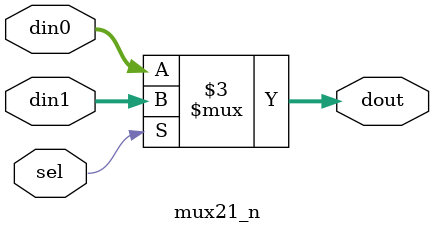
<source format=v>
module mux21_n #(
    parameter DLEN = 32
) (
    dout,

    din0,
    din1,
    sel
);
    output  reg [DLEN-1:0]  dout    ;

    input       [DLEN-1:0]  din1    ;
    input       [DLEN-1:0]  din0    ;
    input                   sel     ;

    always @* begin
        if (sel) begin
            dout = din1;
        end else begin
            dout = din0;
        end
    end
endmodule
</source>
